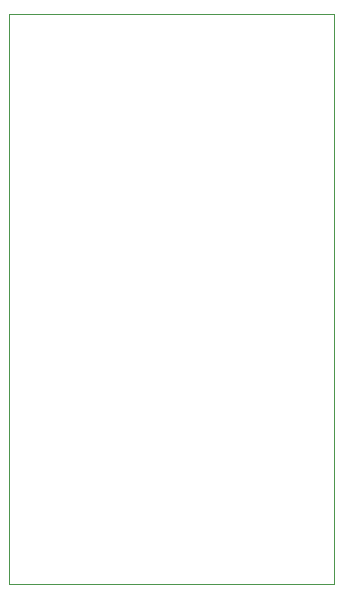
<source format=gm1>
G04 #@! TF.GenerationSoftware,KiCad,Pcbnew,7.0.1*
G04 #@! TF.CreationDate,2024-07-03T15:15:49+02:00*
G04 #@! TF.ProjectId,iCE40DevBoard,69434534-3044-4657-9642-6f6172642e6b,rev?*
G04 #@! TF.SameCoordinates,Original*
G04 #@! TF.FileFunction,Profile,NP*
%FSLAX46Y46*%
G04 Gerber Fmt 4.6, Leading zero omitted, Abs format (unit mm)*
G04 Created by KiCad (PCBNEW 7.0.1) date 2024-07-03 15:15:49*
%MOMM*%
%LPD*%
G01*
G04 APERTURE LIST*
G04 #@! TA.AperFunction,Profile*
%ADD10C,0.100000*%
G04 #@! TD*
G04 APERTURE END LIST*
D10*
X175500000Y-96250000D02*
X203000000Y-96250000D01*
X175500000Y-48000000D02*
X175500000Y-96250000D01*
X203000000Y-48000000D02*
X175500000Y-48000000D01*
X203000000Y-96250000D02*
X203000000Y-48000000D01*
M02*

</source>
